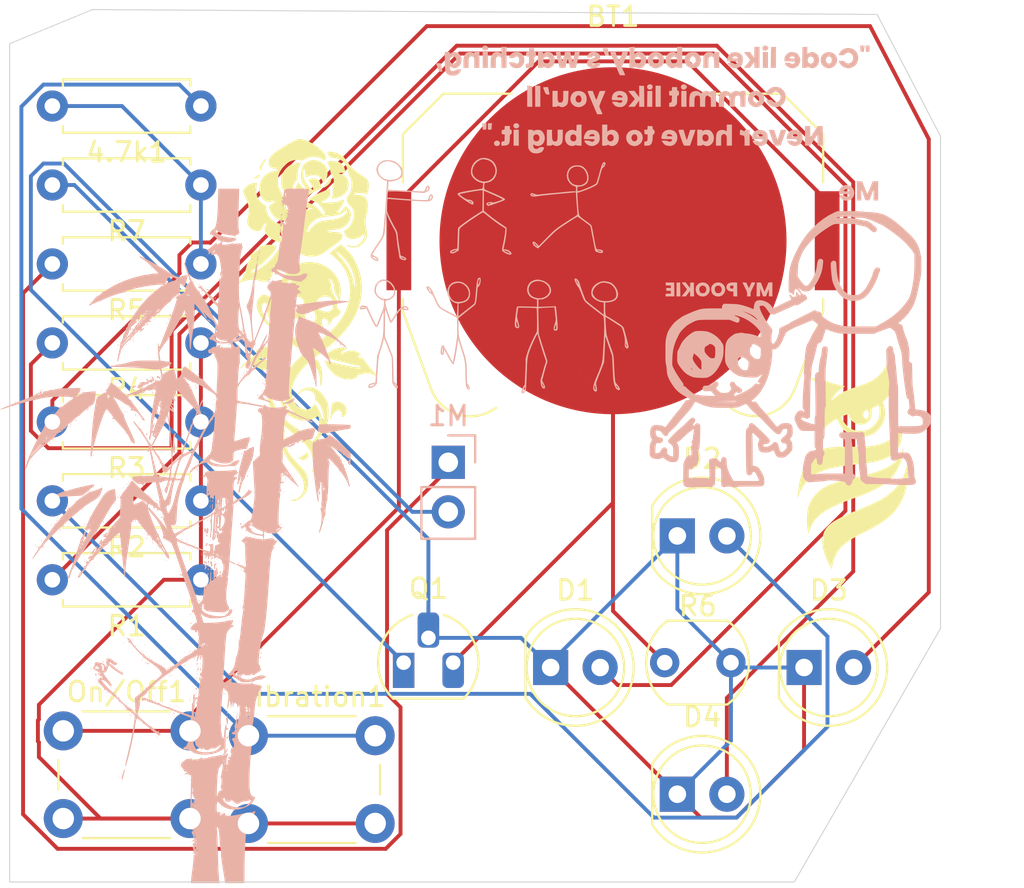
<source format=kicad_pcb>
(kicad_pcb (version 20241229) (generator "pcbnew") (generator_version "9.0")
  (layers (0 "F.Cu" signal) (2 "B.Cu" signal) (13 "F.Paste" user) (15 "B.Paste" user) (5 "F.SilkS" user "F.Silkscreen") (7 "B.SilkS" user "B.Silkscreen") (1 "F.Mask" user) (3 "B.Mask" user) (25 "Edge.Cuts" user))
  (net 0 "")
  (net 1 "Net-(BT1--)")
  (net 2 "Net-(BT1-+)")
  (net 3 "Net-(D1-K)")
  (net 4 "Net-(D1-A)")
  (net 5 "Net-(D2-A)")
  (net 6 "Net-(D3-A)")
  (net 7 "Net-(D4-A)")
  (net 8 "Net-(M1-+)")
  (net 9 "Net-(M1--)")
  (net 10 "Net-(4.7k1-Pad1)")
  (net 11 "Net-(4.7k1-Pad2)")
  (net 12 "Net-(On/Off1-Pad2)")
  (footprint "Button_Switch_THT:SW_PUSH_6mm" (layer "F.Cu") (at 45.5 81.5)
    (property "Reference" "Vibration1" (at 3.25 -2 0) (layer "F.SilkS"))
    (property "Value" "SW_Push")
    (pad "1" thru_hole circle (at 0 0 90) (size 2 2) (drill 1.1) (layers "*.Cu" "*.Mask") (net 10 "Net-(4.7k1-Pad1)"))
    (pad "1" thru_hole circle (at 6.5 0 90) (size 2 2) (drill 1.1) (layers "*.Cu" "*.Mask") (net 10 "Net-(4.7k1-Pad1)"))
    (pad "2" thru_hole circle (at 0 4.5 90) (size 2 2) (drill 1.1) (layers "*.Cu" "*.Mask") (net 12 "Net-(On/Off1-Pad2)"))
    (pad "2" thru_hole circle (at 6.5 4.5 90) (size 2 2) (drill 1.1) (layers "*.Cu" "*.Mask") (net 12 "Net-(On/Off1-Pad2)"))
  )
  (footprint "Package_TO_SOT_THT:TO-92L_HandSolder" (layer "F.Cu") (at 53.46 77.75)
    (property "Reference" "Q1" (at 1.27 -3.8 0) (layer "F.SilkS"))
    (property "Value" "NPN")
    (pad "1" thru_hole rect (at 0 0) (size 1.1 1.8) (drill 0.75 (offset 0 0.4)) (layers "*.Cu" "*.Mask") (net 9 "Net-(M1--)"))
    (pad "2" thru_hole roundrect (at 1.27 -1.27) (size 1.1 1.8) (drill 0.75 (offset 0 -0.4)) (layers "*.Cu" "*.Mask") (net 3 "Net-(D1-K)"))
    (pad "3" thru_hole roundrect (at 2.54 0) (size 1.1 1.8) (drill 0.75 (offset 0 0.4)) (layers "*.Cu" "*.Mask") (net 1 "Net-(BT1--)"))
  )
  (footprint "Battery:BatteryHolder_Keystone_3034_1x20mm" (layer "F.Cu") (at 64.2 56.108075)
    (property "Reference" "BT1" (at 0 -11.5 0) (layer "F.SilkS"))
    (property "Value" "Battery_Cell")
    (pad "1" smd rect (at -10.985 0) (size 1.27 5.08) (layers "F.Cu" "F.Mask" "F.Paste") (net 2 "Net-(BT1-+)"))
    (pad "1" smd rect (at 10.985 0) (size 1.27 5.08) (layers "F.Cu" "F.Mask" "F.Paste") (net 2 "Net-(BT1-+)"))
    (pad "2" smd circle (at 0 0) (size 17.8 17.8) (layers "F.Cu" "F.Mask") (net 1 "Net-(BT1--)"))
  )
  (footprint "LED_THT:LED_D5.0mm" (layer "F.Cu") (at 67.5 84.5)
    (property "Reference" "D4" (at 1.27 -3.96 0) (layer "F.SilkS"))
    (property "Value" "LED")
    (pad "1" thru_hole rect (at 0 0) (size 1.8 1.8) (drill 0.9) (layers "*.Cu" "*.Mask") (net 3 "Net-(D1-K)"))
    (pad "2" thru_hole circle (at 2.54 0) (size 1.8 1.8) (drill 0.9) (layers "*.Cu" "*.Mask") (net 7 "Net-(D4-A)"))
  )
  (footprint "Resistor_THT:R_Axial_DIN0207_L6.3mm_D2.5mm_P7.62mm_Horizontal" (layer "F.Cu") (at 43.06 57.3 180)
    (property "Reference" "R5" (at 3.81 -2.37 0) (layer "F.SilkS"))
    (property "Value" "R")
    (pad "1" thru_hole circle (at 0 0 180) (size 1.6 1.6) (drill 0.8) (layers "*.Cu" "*.Mask") (net 11 "Net-(4.7k1-Pad2)"))
    (pad "2" thru_hole circle (at 7.62 0 180) (size 1.6 1.6) (drill 0.8) (layers "*.Cu" "*.Mask") (net 8 "Net-(M1-+)"))
  )
  (footprint "Resistor_THT:R_Axial_DIN0207_L6.3mm_D2.5mm_P7.62mm_Horizontal" (layer "F.Cu") (at 43.06 69.45 180)
    (property "Reference" "R2" (at 3.81 -2.37 0) (layer "F.SilkS"))
    (property "Value" "R")
    (pad "1" thru_hole circle (at 0 0 180) (size 1.6 1.6) (drill 0.8) (layers "*.Cu" "*.Mask") (net 12 "Net-(On/Off1-Pad2)"))
    (pad "2" thru_hole circle (at 7.62 0 180) (size 1.6 1.6) (drill 0.8) (layers "*.Cu" "*.Mask") (net 5 "Net-(D2-A)"))
  )
  (footprint "LOGO" (layer "F.Cu") (at 48.5 59.75)
    (property "Reference" "G***" (hide yes))
    (property "Value" "LOGO" (hide yes))
  )
  (footprint "LED_THT:LED_D5.0mm" (layer "F.Cu") (at 61 78)
    (property "Reference" "D1" (at 1.27 -3.96 0) (layer "F.SilkS"))
    (property "Value" "LED")
    (pad "1" thru_hole rect (at 0 0) (size 1.8 1.8) (drill 0.9) (layers "*.Cu" "*.Mask") (net 3 "Net-(D1-K)"))
    (pad "2" thru_hole circle (at 2.54 0) (size 1.8 1.8) (drill 0.9) (layers "*.Cu" "*.Mask") (net 4 "Net-(D1-A)"))
  )
  (footprint "OptoDevice:R_LDR_5.1x4.3mm_P3.4mm_Vertical" (layer "F.Cu") (at 66.85 77.75)
    (property "Reference" "R6" (at 1.7 -2.9 0) (layer "F.SilkS"))
    (property "Value" "LDR03")
    (pad "1" thru_hole circle (at 0 0) (size 1.5 1.5) (drill 0.8) (layers "*.Cu" "*.Mask") (net 1 "Net-(BT1--)"))
    (pad "2" thru_hole circle (at 3.4 0) (size 1.5 1.5) (drill 0.8) (layers "*.Cu" "*.Mask") (net 3 "Net-(D1-K)"))
  )
  (footprint "Button_Switch_THT:SW_PUSH_6mm" (layer "F.Cu") (at 36 81.25)
    (property "Reference" "On/Off1" (at 3.25 -2 0) (layer "F.SilkS"))
    (property "Value" "SW_Push")
    (pad "1" thru_hole circle (at 0 0 90) (size 2 2) (drill 1.1) (layers "*.Cu" "*.Mask") (net 2 "Net-(BT1-+)"))
    (pad "1" thru_hole circle (at 6.5 0 90) (size 2 2) (drill 1.1) (layers "*.Cu" "*.Mask") (net 2 "Net-(BT1-+)"))
    (pad "2" thru_hole circle (at 0 4.5 90) (size 2 2) (drill 1.1) (layers "*.Cu" "*.Mask") (net 12 "Net-(On/Off1-Pad2)"))
    (pad "2" thru_hole circle (at 6.5 4.5 90) (size 2 2) (drill 1.1) (layers "*.Cu" "*.Mask") (net 12 "Net-(On/Off1-Pad2)"))
  )
  (footprint "LED_THT:LED_D5.0mm" (layer "F.Cu") (at 74 78)
    (property "Reference" "D3" (at 1.27 -3.96 0) (layer "F.SilkS"))
    (property "Value" "LED")
    (pad "1" thru_hole rect (at 0 0) (size 1.8 1.8) (drill 0.9) (layers "*.Cu" "*.Mask") (net 3 "Net-(D1-K)"))
    (pad "2" thru_hole circle (at 2.54 0) (size 1.8 1.8) (drill 0.9) (layers "*.Cu" "*.Mask") (net 6 "Net-(D3-A)"))
  )
  (footprint "MountingHole:MountingHole_2.1mm" (layer "F.Cu") (at 77.25 48.75)
    (property "Reference" "REF**" (hide yes))
    (property "Value" "MountingHole_2.1mm")
    (pad "" np_thru_hole circle (at 0 0) (size 2.1 2.1) (drill 2.1) (layers "*.Cu" "*.Mask"))
  )
  (footprint "Resistor_THT:R_Axial_DIN0207_L6.3mm_D2.5mm_P7.62mm_Horizontal" (layer "F.Cu") (at 43.06 61.35 180)
    (property "Reference" "R4" (at 3.81 -2.37 0) (layer "F.SilkS"))
    (property "Value" "R")
    (pad "1" thru_hole circle (at 0 0 180) (size 1.6 1.6) (drill 0.8) (layers "*.Cu" "*.Mask") (net 12 "Net-(On/Off1-Pad2)"))
    (pad "2" thru_hole circle (at 7.62 0 180) (size 1.6 1.6) (drill 0.8) (layers "*.Cu" "*.Mask") (net 7 "Net-(D4-A)"))
  )
  (footprint "LED_THT:LED_D5.0mm" (layer "F.Cu") (at 67.5 71.25)
    (property "Reference" "D2" (at 1.27 -3.96 0) (layer "F.SilkS"))
    (property "Value" "LED")
    (pad "1" thru_hole rect (at 0 0) (size 1.8 1.8) (drill 0.9) (layers "*.Cu" "*.Mask") (net 3 "Net-(D1-K)"))
    (pad "2" thru_hole circle (at 2.54 0) (size 1.8 1.8) (drill 0.9) (layers "*.Cu" "*.Mask") (net 5 "Net-(D2-A)"))
  )
  (footprint "Resistor_THT:R_Axial_DIN0207_L6.3mm_D2.5mm_P7.62mm_Horizontal" (layer "F.Cu") (at 43.06 49.2 180)
    (property "Reference" "4.7k1" (at 3.81 -2.37 0) (layer "F.SilkS"))
    (property "Value" "R")
    (pad "1" thru_hole circle (at 0 0 180) (size 1.6 1.6) (drill 0.8) (layers "*.Cu" "*.Mask") (net 10 "Net-(4.7k1-Pad1)"))
    (pad "2" thru_hole circle (at 7.62 0 180) (size 1.6 1.6) (drill 0.8) (layers "*.Cu" "*.Mask") (net 11 "Net-(4.7k1-Pad2)"))
  )
  (footprint "Resistor_THT:R_Axial_DIN0207_L6.3mm_D2.5mm_P7.62mm_Horizontal" (layer "F.Cu") (at 43.06 53.25 180)
    (property "Reference" "R7" (at 3.81 -2.37 0) (layer "F.SilkS"))
    (property "Value" "R")
    (pad "1" thru_hole circle (at 0 0 180) (size 1.6 1.6) (drill 0.8) (layers "*.Cu" "*.Mask") (net 11 "Net-(4.7k1-Pad2)"))
    (pad "2" thru_hole circle (at 7.62 0 180) (size 1.6 1.6) (drill 0.8) (layers "*.Cu" "*.Mask") (net 3 "Net-(D1-K)"))
  )
  (footprint "LOGO" (layer "F.Cu") (at 76.5 67.5)
    (property "Reference" "G***" (hide yes))
    (property "Value" "LOGO" (hide yes))
  )
  (footprint "Resistor_THT:R_Axial_DIN0207_L6.3mm_D2.5mm_P7.62mm_Horizontal" (layer "F.Cu") (at 43.06 73.5 180)
    (property "Reference" "R1" (at 3.81 -2.37 0) (layer "F.SilkS"))
    (property "Value" "R")
    (pad "1" thru_hole circle (at 0 0 180) (size 1.6 1.6) (drill 0.8) (layers "*.Cu" "*.Mask") (net 12 "Net-(On/Off1-Pad2)"))
    (pad "2" thru_hole circle (at 7.62 0 180) (size 1.6 1.6) (drill 0.8) (layers "*.Cu" "*.Mask") (net 4 "Net-(D1-A)"))
  )
  (footprint "Resistor_THT:R_Axial_DIN0207_L6.3mm_D2.5mm_P7.62mm_Horizontal" (layer "F.Cu") (at 43.06 65.4 180)
    (property "Reference" "R3" (at 3.81 -2.37 0) (layer "F.SilkS"))
    (property "Value" "R")
    (pad "1" thru_hole circle (at 0 0 180) (size 1.6 1.6) (drill 0.8) (layers "*.Cu" "*.Mask") (net 12 "Net-(On/Off1-Pad2)"))
    (pad "2" thru_hole circle (at 7.62 0 180) (size 1.6 1.6) (drill 0.8) (layers "*.Cu" "*.Mask") (net 6 "Net-(D3-A)"))
  )
  (footprint "Connector_PinHeader_2.54mm:PinHeader_1x02_P2.54mm_Vertical" (layer "B.Cu") (at 55.75 67.475 180)
    (property "Reference" "M1" (at 0 2.38 0) (layer "B.SilkS") (effects (justify mirror)))
    (property "Value" "Motor_DC")
    (pad "1" thru_hole rect (at 0 0 180) (size 1.7 1.7) (drill 1) (layers "*.Cu" "*.Mask") (net 8 "Net-(M1-+)"))
    (pad "2" thru_hole circle (at 0 -2.54 180) (size 1.7 1.7) (drill 1) (layers "*.Cu" "*.Mask") (net 9 "Net-(M1--)"))
  )
  (footprint "LOGO" (layer "B.Cu") (at 66.25 48 180)
    (property "Reference" "G***" (hide yes))
    (property "Value" "LOGO" (hide yes))
  )
  (footprint "LOGO" (layer "B.Cu") (at 73.25 61.75 180)
    (property "Reference" "G***" (hide yes))
    (property "Value" "LOGO" (hide yes))
  )
  (footprint "LOGO" (layer "B.Cu") (at 58.25 57.75 180)
    (property "Reference" "G***" (hide yes))
    (property "Value" "LOGO" (hide yes))
  )
  (footprint "LOGO" (layer "B.Cu") (at 40.734712 71.250259 180)
    (property "Reference" "G***" (hide yes))
    (property "Value" "LOGO" (hide yes))
  )
  (gr_poly (pts (xy 33.25 46) (xy 37.5 44.25) (xy 77.75 44.5) (xy 81 50.75) (xy 81 76) (xy 73.5 89) (xy 33.25 89)) (stroke (width 0.05)) (fill no) (layer "Edge.Cuts"))
  (segment (start 64.2 56.108075) (end 64.2 75.1) (width 0.2) (layer "F.Cu") (net 1))
  (segment (start 64.2 75.1) (end 66.85 77.75) (width 0.2) (layer "F.Cu") (net 1))
  (segment (start 64.2 69.55) (end 56 77.75) (width 0.2) (layer "F.Cu") (net 1))
  (segment (start 64.2 56.108075) (end 64.2 69.55) (width 0.2) (layer "F.Cu") (net 1))
  (segment (start 60.388821 46.907075) (end 53.215 54.080896) (width 0.2) (layer "F.Cu") (net 2))
  (segment (start 75.185 54.080896) (end 68.011179 46.907075) (width 0.2) (layer "F.Cu") (net 2))
  (segment (start 35.25 81.25) (end 41.75 81.25) (width 0.2) (layer "F.Cu") (net 2))
  (segment (start 53.215 69.785) (end 41.75 81.25) (width 0.2) (layer "F.Cu") (net 2))
  (segment (start 53.215 54.080896) (end 53.215 56.108075) (width 0.2) (layer "F.Cu") (net 2))
  (segment (start 75.185 56.108075) (end 75.185 54.080896) (width 0.2) (layer "F.Cu") (net 2))
  (segment (start 53.215 56.108075) (end 53.215 69.785) (width 0.2) (layer "F.Cu") (net 2))
  (segment (start 68.011179 46.907075) (end 60.388821 46.907075) (width 0.2) (layer "F.Cu") (net 2))
  (segment (start 67.5 84.5) (end 68.701 85.701) (width 0.2) (layer "F.Cu") (net 3))
  (segment (start 74 82.238471) (end 74 78) (width 0.2) (layer "F.Cu") (net 3))
  (segment (start 68.701 85.701) (end 70.537471 85.701) (width 0.2) (layer "F.Cu") (net 3))
  (segment (start 61 78) (end 67.5 84.5) (width 0.2) (layer "F.Cu") (net 3))
  (segment (start 70.537471 85.701) (end 74 82.238471) (width 0.2) (layer "F.Cu") (net 3))
  (segment (start 74 78) (end 70.5 78) (width 0.2) (layer "B.Cu") (net 3))
  (segment (start 67.5 75) (end 70.25 77.75) (width 0.2) (layer "B.Cu") (net 3))
  (segment (start 59.48 76.48) (end 61 78) (width 0.2) (layer "B.Cu") (net 3))
  (segment (start 36.57137 53.25) (end 54.73 71.40863) (width 0.2) (layer "B.Cu") (net 3))
  (segment (start 70.25 77.75) (end 70.25 81.75) (width 0.2) (layer "B.Cu") (net 3))
  (segment (start 35.44 53.25) (end 36.57137 53.25) (width 0.2) (layer "B.Cu") (net 3))
  (segment (start 67.5 71.25) (end 67.5 75) (width 0.2) (layer "B.Cu") (net 3))
  (segment (start 61 77.75) (end 67.5 71.25) (width 0.2) (layer "B.Cu") (net 3))
  (segment (start 61 78) (end 61 77.75) (width 0.2) (layer "B.Cu") (net 3))
  (segment (start 54.73 71.40863) (end 54.73 76.48) (width 0.2) (layer "B.Cu") (net 3))
  (segment (start 54.73 76.48) (end 59.48 76.48) (width 0.2) (layer "B.Cu") (net 3))
  (segment (start 70.5 78) (end 70.25 77.75) (width 0.2) (layer "B.Cu") (net 3))
  (segment (start 70.25 81.75) (end 67.5 84.5) (width 0.2) (layer "B.Cu") (net 3))
  (segment (start 64.44 78.9) (end 63.54 78) (width 0.2) (layer "F.Cu") (net 4))
  (segment (start 76.121 53.267075) (end 76.121 69.965339) (width 0.2) (layer "F.Cu") (net 4))
  (segment (start 35.44 73.5) (end 41.959 66.981) (width 0.2) (layer "F.Cu") (net 4))
  (segment (start 41.959 60.89395) (end 56.346875 46.506075) (width 0.2) (layer "F.Cu") (net 4))
  (segment (start 41.959 66.981) (end 41.959 60.89395) (width 0.2) (layer "F.Cu") (net 4))
  (segment (start 56.346875 46.506075) (end 69.36 46.506075) (width 0.2) (layer "F.Cu") (net 4))
  (segment (start 67.186339 78.9) (end 64.44 78.9) (width 0.2) (layer "F.Cu") (net 4))
  (segment (start 69.36 46.506075) (end 76.121 53.267075) (width 0.2) (layer "F.Cu") (net 4))
  (segment (start 76.121 69.965339) (end 67.186339 78.9) (width 0.2) (layer "F.Cu") (net 4))
  (segment (start 75.201 81.037471) (end 75.201 76.411) (width 0.2) (layer "B.Cu") (net 5))
  (segment (start 70.537471 85.701) (end 75.201 81.037471) (width 0.2) (layer "B.Cu") (net 5))
  (segment (start 66.299 85.701) (end 70.537471 85.701) (width 0.2) (layer "B.Cu") (net 5))
  (segment (start 45.341 79.351) (end 59.949 79.351) (width 0.2) (layer "B.Cu") (net 5))
  (segment (start 75.201 76.411) (end 70.04 71.25) (width 0.2) (layer "B.Cu") (net 5))
  (segment (start 59.949 79.351) (end 66.299 85.701) (width 0.2) (layer "B.Cu") (net 5))
  (segment (start 35.44 69.45) (end 45.341 79.351) (width 0.2) (layer "B.Cu") (net 5))
  (segment (start 41.959 56.84395) (end 42.60395 56.199) (width 0.2) (layer "F.Cu") (net 6))
  (segment (start 77.383945 45.098737) (end 80.399 50.896922) (width 0.2) (layer "F.Cu") (net 6))
  (segment (start 41.976475 57.773525) (end 41.959 57.75605) (width 0.2) (layer "F.Cu") (net 6))
  (segment (start 43.533525 56.216475) (end 54.651263 45.098737) (width 0.2) (layer "F.Cu") (net 6))
  (segment (start 35.44 64.31) (end 41.976475 57.773525) (width 0.2) (layer "F.Cu") (net 6))
  (segment (start 80.399 50.896922) (end 80.399 74.141) (width 0.2) (layer "F.Cu") (net 6))
  (segment (start 42.60395 56.199) (end 43.51605 56.199) (width 0.2) (layer "F.Cu") (net 6))
  (segment (start 35.44 65.4) (end 35.44 64.31) (width 0.2) (layer "F.Cu") (net 6))
  (segment (start 43.51605 56.199) (end 43.533525 56.216475) (width 0.2) (layer "F.Cu") (net 6))
  (segment (start 80.399 74.141) (end 76.54 78) (width 0.2) (layer "F.Cu") (net 6))
  (segment (start 41.959 57.75605) (end 41.959 56.84395) (width 0.2) (layer "F.Cu") (net 6))
  (segment (start 54.651263 45.098737) (end 77.383945 45.098737) (width 0.2) (layer "F.Cu") (net 6))
  (segment (start 41.558 60.72785) (end 56.180775 46.105075) (width 0.2) (layer "F.Cu") (net 7))
  (segment (start 76.522 73.076) (end 70.04 79.558) (width 0.2) (layer "F.Cu") (net 7))
  (segment (start 34.339 65.85605) (end 35.23295 66.75) (width 0.2) (layer "F.Cu") (net 7))
  (segment (start 35.44 61.35) (end 34.339 62.451) (width 0.2) (layer "F.Cu") (net 7))
  (segment (start 56.180775 46.105075) (end 69.5261 46.105075) (width 0.2) (layer "F.Cu") (net 7))
  (segment (start 76.522 53.100975) (end 76.522 73.076) (width 0.2) (layer "F.Cu") (net 7))
  (segment (start 70.04 79.558) (end 70.04 84.5) (width 0.2) (layer "F.Cu") (net 7))
  (segment (start 69.5261 46.105075) (end 76.522 53.100975) (width 0.2) (layer "F.Cu") (net 7))
  (segment (start 34.339 62.451) (end 34.339 65.85605) (width 0.2) (layer "F.Cu") (net 7))
  (segment (start 41.558 66.75) (end 41.558 60.72785) (width 0.2) (layer "F.Cu") (net 7))
  (segment (start 35.23295 66.75) (end 41.558 66.75) (width 0.2) (layer "F.Cu") (net 7))
  (segment (start 35.711108 87.301) (end 52.538892 87.301) (width 0.2) (layer "F.Cu") (net 8))
  (segment (start 53.301 80.043) (end 52.609 79.351) (width 0.2) (layer "F.Cu") (net 8))
  (segment (start 55.75 67.8171) (end 55.75 67.475) (width 0.2) (layer "F.Cu") (net 8))
  (segment (start 53.301 86.538892) (end 53.301 80.043) (width 0.2) (layer "F.Cu") (net 8))
  (segment (start 33.938 58.802) (end 33.938 85.527892) (width 0.2) (layer "F.Cu") (net 8))
  (segment (start 33.938 85.527892) (end 35.711108 87.301) (width 0.2) (layer "F.Cu") (net 8))
  (segment (start 52.609 79.351) (end 52.609 70.9581) (width 0.2) (layer "F.Cu") (net 8))
  (segment (start 35.44 57.3) (end 33.938 58.802) (width 0.2) (layer "F.Cu") (net 8))
  (segment (start 52.609 70.9581) (end 55.75 67.8171) (width 0.2) (layer "F.Cu") (net 8))
  (segment (start 52.538892 87.301) (end 53.301 86.538892) (width 0.2) (layer "F.Cu") (net 8))
  (segment (start 53.90347 70.015) (end 36.03747 52.149) (width 0.2) (layer "B.Cu") (net 9))
  (segment (start 34.339 52.79395) (end 34.339 58.629) (width 0.2) (layer "B.Cu") (net 9))
  (segment (start 55.75 70.015) (end 53.90347 70.015) (width 0.2) (layer "B.Cu") (net 9))
  (segment (start 34.339 58.629) (end 53.46 77.75) (width 0.2) (layer "B.Cu") (net 9))
  (segment (start 36.03747 52.149) (end 34.98395 52.149) (width 0.2) (layer "B.Cu") (net 9))
  (segment (start 34.98395 52.149) (end 34.339 52.79395) (width 0.2) (layer "B.Cu") (net 9))
  (segment (start 45.5 81.5) (end 52 81.5) (width 0.2) (layer "B.Cu") (net 10))
  (segment (start 34.98395 48.099) (end 33.851 49.23195) (width 0.2) (layer "B.Cu") (net 10))
  (segment (start 33.851 49.23195) (end 33.851 69.851) (width 0.2) (layer "B.Cu") (net 10))
  (segment (start 43.06 49.2) (end 41.959 48.099) (width 0.2) (layer "B.Cu") (net 10))
  (segment (start 33.851 69.851) (end 45.5 81.5) (width 0.2) (layer "B.Cu") (net 10))
  (segment (start 41.959 48.099) (end 34.98395 48.099) (width 0.2) (layer "B.Cu") (net 10))
  (segment (start 39.01 49.2) (end 43.06 53.25) (width 0.2) (layer "B.Cu") (net 11))
  (segment (start 35.44 49.2) (end 39.01 49.2) (width 0.2) (layer "B.Cu") (net 11))
  (segment (start 43.06 53.25) (end 43.06 57.3) (width 0.2) (layer "B.Cu") (net 11))
  (segment (start 34.699 81.788892) (end 34.699 80.711108) (width 0.2) (layer "F.Cu") (net 12))
  (segment (start 43.06 73.5) (end 43.06 61.35) (width 0.2) (layer "F.Cu") (net 12))
  (segment (start 34.75 80.660108) (end 34.75 79.910108) (width 0.2) (layer "F.Cu") (net 12))
  (segment (start 45.25 85.75) (end 45.5 86) (width 0.2) (layer "F.Cu") (net 12))
  (segment (start 41.75 85.75) (end 37.910108 85.75) (width 0.2) (layer "F.Cu") (net 12))
  (segment (start 34.75 82.589892) (end 34.75 81.839892) (width 0.2) (layer "F.Cu") (net 12))
  (segment (start 45.5 86) (end 52 86) (width 0.2) (layer "F.Cu") (net 12))
  (segment (start 41.160108 73.5) (end 43.06 73.5) (width 0.2) (layer "F.Cu") (net 12))
  (segment (start 35.25 85.75) (end 41.75 85.75) (width 0.2) (layer "F.Cu") (net 12))
  (segment (start 37.910108 85.75) (end 34.75 82.589892) (width 0.2) (layer "F.Cu") (net 12))
  (segment (start 34.699 80.711108) (end 34.75 80.660108) (width 0.2) (layer "F.Cu") (net 12))
  (segment (start 34.75 79.910108) (end 41.160108 73.5) (width 0.2) (layer "F.Cu") (net 12))
  (segment (start 34.75 81.839892) (end 34.699 81.788892) (width 0.2) (layer "F.Cu") (net 12))
  (segment (start 41.75 85.75) (end 45.25 85.75) (width 0.2) (layer "F.Cu") (net 12))
)
</source>
